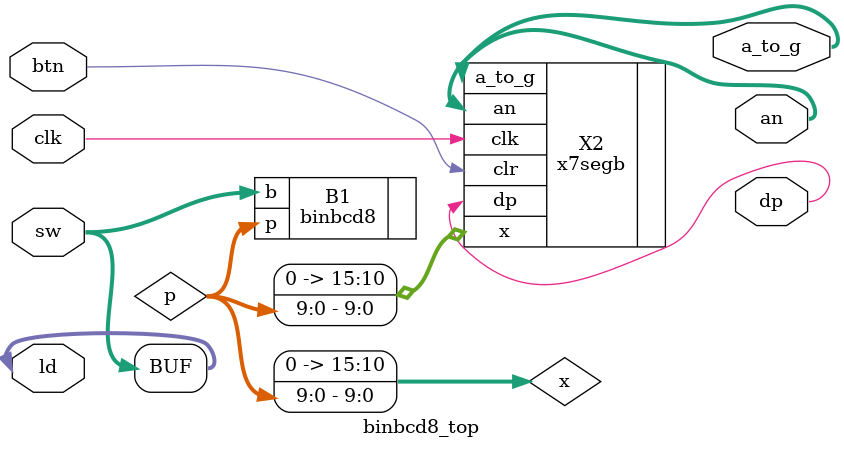
<source format=v>
module binbcd8_top(
  input wire clk,
  input wire btn,
  input wire [7:0] sw,
  input wire [7:0] ld,
  output wire [6:0] a_to_g,
  output wire [3:0] an,
  output wire dp
);
  wire [15:0] x;
  wire [9:0] p;
  //串联0和binbcd8的输出
  assign x = {6'b000000,p};
  //在LED上显示开关的二进制值
  assign ld = sw;
  //在7段数码管上显示开关对应的十进制值
  binbcd8 B1(.b(sw),
             .p(p)
  );
  x7segb X2(.x(x),
            .clk(clk),
			.clr(btn),
			.a_to_g(a_to_g),
			.an(an),
			.dp(dp)
  );
endmodule
</source>
